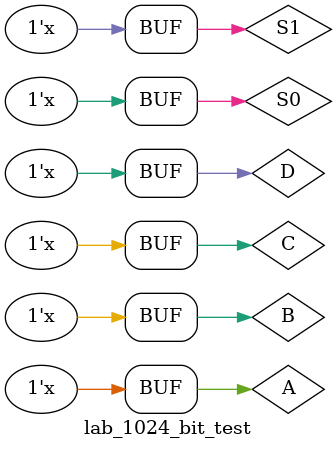
<source format=v>
`timescale 1ns / 1ps


module lab_1024_bit_test;

	// Inputs
	reg A;
	reg B;
	reg C;
	reg D;
	reg S0;
	reg S1;

	// Outputs
	wire W;
	wire X;
	wire Y;
	wire Z;

	// Instantiate the Unit Under Test (UUT)
	lab_1024_bit uut (
		.A(A), 
		.B(B), 
		.C(C), 
		.D(D), 
		.S0(S0),
		.S1(S1),
		.W(W), 
		.X(X), 
		.Y(Y), 
		.Z(Z)
	);

	initial begin
		// Initialize Inputs
		A = 0;
		B = 0;
		C = 0;
		D = 0;
		S0 = 0;
		S1 = 0;

		// Wait 100 ns for global reset to finish
		
        
		// Add stimulus here

	end
		always #100 A=~A;
		always #200 B=~B;
		always #400 C=~C;
		always #800 D=~D;
		always #100 S0=~S0;
		always #200 S1=~S1;
      
endmodule


</source>
